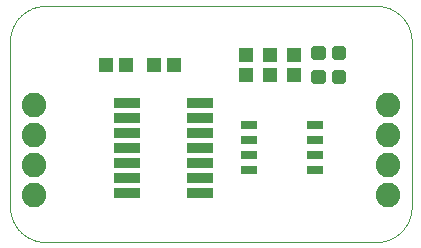
<source format=gts>
G75*
%MOIN*%
%OFA0B0*%
%FSLAX25Y25*%
%IPPOS*%
%LPD*%
%AMOC8*
5,1,8,0,0,1.08239X$1,22.5*
%
%ADD10C,0.00000*%
%ADD11C,0.01990*%
%ADD12R,0.08800X0.03400*%
%ADD13C,0.08200*%
%ADD14R,0.05131X0.04737*%
%ADD15R,0.04737X0.05131*%
%ADD16R,0.05524X0.03162*%
D10*
X0013997Y0001000D02*
X0124233Y0001000D01*
X0124518Y0001003D01*
X0124804Y0001014D01*
X0125089Y0001031D01*
X0125373Y0001055D01*
X0125657Y0001086D01*
X0125940Y0001124D01*
X0126221Y0001169D01*
X0126502Y0001220D01*
X0126782Y0001278D01*
X0127060Y0001343D01*
X0127336Y0001415D01*
X0127610Y0001493D01*
X0127883Y0001578D01*
X0128153Y0001670D01*
X0128421Y0001768D01*
X0128687Y0001872D01*
X0128950Y0001983D01*
X0129210Y0002100D01*
X0129468Y0002223D01*
X0129722Y0002353D01*
X0129973Y0002489D01*
X0130221Y0002630D01*
X0130465Y0002778D01*
X0130706Y0002931D01*
X0130942Y0003091D01*
X0131175Y0003256D01*
X0131404Y0003426D01*
X0131629Y0003602D01*
X0131849Y0003784D01*
X0132065Y0003970D01*
X0132276Y0004162D01*
X0132483Y0004359D01*
X0132685Y0004561D01*
X0132882Y0004768D01*
X0133074Y0004979D01*
X0133260Y0005195D01*
X0133442Y0005415D01*
X0133618Y0005640D01*
X0133788Y0005869D01*
X0133953Y0006102D01*
X0134113Y0006338D01*
X0134266Y0006579D01*
X0134414Y0006823D01*
X0134555Y0007071D01*
X0134691Y0007322D01*
X0134821Y0007576D01*
X0134944Y0007834D01*
X0135061Y0008094D01*
X0135172Y0008357D01*
X0135276Y0008623D01*
X0135374Y0008891D01*
X0135466Y0009161D01*
X0135551Y0009434D01*
X0135629Y0009708D01*
X0135701Y0009984D01*
X0135766Y0010262D01*
X0135824Y0010542D01*
X0135875Y0010823D01*
X0135920Y0011104D01*
X0135958Y0011387D01*
X0135989Y0011671D01*
X0136013Y0011955D01*
X0136030Y0012240D01*
X0136041Y0012526D01*
X0136044Y0012811D01*
X0136044Y0067929D01*
X0136041Y0068214D01*
X0136030Y0068500D01*
X0136013Y0068785D01*
X0135989Y0069069D01*
X0135958Y0069353D01*
X0135920Y0069636D01*
X0135875Y0069917D01*
X0135824Y0070198D01*
X0135766Y0070478D01*
X0135701Y0070756D01*
X0135629Y0071032D01*
X0135551Y0071306D01*
X0135466Y0071579D01*
X0135374Y0071849D01*
X0135276Y0072117D01*
X0135172Y0072383D01*
X0135061Y0072646D01*
X0134944Y0072906D01*
X0134821Y0073164D01*
X0134691Y0073418D01*
X0134555Y0073669D01*
X0134414Y0073917D01*
X0134266Y0074161D01*
X0134113Y0074402D01*
X0133953Y0074638D01*
X0133788Y0074871D01*
X0133618Y0075100D01*
X0133442Y0075325D01*
X0133260Y0075545D01*
X0133074Y0075761D01*
X0132882Y0075972D01*
X0132685Y0076179D01*
X0132483Y0076381D01*
X0132276Y0076578D01*
X0132065Y0076770D01*
X0131849Y0076956D01*
X0131629Y0077138D01*
X0131404Y0077314D01*
X0131175Y0077484D01*
X0130942Y0077649D01*
X0130706Y0077809D01*
X0130465Y0077962D01*
X0130221Y0078110D01*
X0129973Y0078251D01*
X0129722Y0078387D01*
X0129468Y0078517D01*
X0129210Y0078640D01*
X0128950Y0078757D01*
X0128687Y0078868D01*
X0128421Y0078972D01*
X0128153Y0079070D01*
X0127883Y0079162D01*
X0127610Y0079247D01*
X0127336Y0079325D01*
X0127060Y0079397D01*
X0126782Y0079462D01*
X0126502Y0079520D01*
X0126221Y0079571D01*
X0125940Y0079616D01*
X0125657Y0079654D01*
X0125373Y0079685D01*
X0125089Y0079709D01*
X0124804Y0079726D01*
X0124518Y0079737D01*
X0124233Y0079740D01*
X0013997Y0079740D01*
X0013712Y0079737D01*
X0013426Y0079726D01*
X0013141Y0079709D01*
X0012857Y0079685D01*
X0012573Y0079654D01*
X0012290Y0079616D01*
X0012009Y0079571D01*
X0011728Y0079520D01*
X0011448Y0079462D01*
X0011170Y0079397D01*
X0010894Y0079325D01*
X0010620Y0079247D01*
X0010347Y0079162D01*
X0010077Y0079070D01*
X0009809Y0078972D01*
X0009543Y0078868D01*
X0009280Y0078757D01*
X0009020Y0078640D01*
X0008762Y0078517D01*
X0008508Y0078387D01*
X0008257Y0078251D01*
X0008009Y0078110D01*
X0007765Y0077962D01*
X0007524Y0077809D01*
X0007288Y0077649D01*
X0007055Y0077484D01*
X0006826Y0077314D01*
X0006601Y0077138D01*
X0006381Y0076956D01*
X0006165Y0076770D01*
X0005954Y0076578D01*
X0005747Y0076381D01*
X0005545Y0076179D01*
X0005348Y0075972D01*
X0005156Y0075761D01*
X0004970Y0075545D01*
X0004788Y0075325D01*
X0004612Y0075100D01*
X0004442Y0074871D01*
X0004277Y0074638D01*
X0004117Y0074402D01*
X0003964Y0074161D01*
X0003816Y0073917D01*
X0003675Y0073669D01*
X0003539Y0073418D01*
X0003409Y0073164D01*
X0003286Y0072906D01*
X0003169Y0072646D01*
X0003058Y0072383D01*
X0002954Y0072117D01*
X0002856Y0071849D01*
X0002764Y0071579D01*
X0002679Y0071306D01*
X0002601Y0071032D01*
X0002529Y0070756D01*
X0002464Y0070478D01*
X0002406Y0070198D01*
X0002355Y0069917D01*
X0002310Y0069636D01*
X0002272Y0069353D01*
X0002241Y0069069D01*
X0002217Y0068785D01*
X0002200Y0068500D01*
X0002189Y0068214D01*
X0002186Y0067929D01*
X0002186Y0012811D01*
X0002189Y0012526D01*
X0002200Y0012240D01*
X0002217Y0011955D01*
X0002241Y0011671D01*
X0002272Y0011387D01*
X0002310Y0011104D01*
X0002355Y0010823D01*
X0002406Y0010542D01*
X0002464Y0010262D01*
X0002529Y0009984D01*
X0002601Y0009708D01*
X0002679Y0009434D01*
X0002764Y0009161D01*
X0002856Y0008891D01*
X0002954Y0008623D01*
X0003058Y0008357D01*
X0003169Y0008094D01*
X0003286Y0007834D01*
X0003409Y0007576D01*
X0003539Y0007322D01*
X0003675Y0007071D01*
X0003816Y0006823D01*
X0003964Y0006579D01*
X0004117Y0006338D01*
X0004277Y0006102D01*
X0004442Y0005869D01*
X0004612Y0005640D01*
X0004788Y0005415D01*
X0004970Y0005195D01*
X0005156Y0004979D01*
X0005348Y0004768D01*
X0005545Y0004561D01*
X0005747Y0004359D01*
X0005954Y0004162D01*
X0006165Y0003970D01*
X0006381Y0003784D01*
X0006601Y0003602D01*
X0006826Y0003426D01*
X0007055Y0003256D01*
X0007288Y0003091D01*
X0007524Y0002931D01*
X0007765Y0002778D01*
X0008009Y0002630D01*
X0008257Y0002489D01*
X0008508Y0002353D01*
X0008762Y0002223D01*
X0009020Y0002100D01*
X0009280Y0001983D01*
X0009543Y0001872D01*
X0009809Y0001768D01*
X0010077Y0001670D01*
X0010347Y0001578D01*
X0010620Y0001493D01*
X0010894Y0001415D01*
X0011170Y0001343D01*
X0011448Y0001278D01*
X0011728Y0001220D01*
X0012009Y0001169D01*
X0012290Y0001124D01*
X0012573Y0001086D01*
X0012857Y0001055D01*
X0013141Y0001031D01*
X0013426Y0001014D01*
X0013712Y0001003D01*
X0013997Y0001000D01*
D11*
X0103659Y0054745D02*
X0103659Y0057491D01*
X0106405Y0057491D01*
X0106405Y0054745D01*
X0103659Y0054745D01*
X0103659Y0056635D02*
X0106405Y0056635D01*
X0110565Y0057491D02*
X0110565Y0054745D01*
X0110565Y0057491D02*
X0113311Y0057491D01*
X0113311Y0054745D01*
X0110565Y0054745D01*
X0110565Y0056635D02*
X0113311Y0056635D01*
X0110565Y0062619D02*
X0110565Y0065365D01*
X0113311Y0065365D01*
X0113311Y0062619D01*
X0110565Y0062619D01*
X0110565Y0064509D02*
X0113311Y0064509D01*
X0103659Y0065365D02*
X0103659Y0062619D01*
X0103659Y0065365D02*
X0106405Y0065365D01*
X0106405Y0062619D01*
X0103659Y0062619D01*
X0103659Y0064509D02*
X0106405Y0064509D01*
D12*
X0065467Y0047496D03*
X0065467Y0042496D03*
X0065467Y0037496D03*
X0065467Y0032496D03*
X0065467Y0027496D03*
X0065467Y0022496D03*
X0065467Y0017496D03*
X0041267Y0017496D03*
X0041267Y0022496D03*
X0041267Y0027496D03*
X0041267Y0032496D03*
X0041267Y0037496D03*
X0041267Y0042496D03*
X0041267Y0047496D03*
D13*
X0010060Y0046748D03*
X0010060Y0036748D03*
X0010060Y0026748D03*
X0010060Y0016748D03*
X0128170Y0016748D03*
X0128170Y0026748D03*
X0128170Y0036748D03*
X0128170Y0046748D03*
D14*
X0056714Y0060055D03*
X0050021Y0060055D03*
X0040966Y0060055D03*
X0034273Y0060055D03*
D15*
X0080926Y0056709D03*
X0088800Y0056709D03*
X0096674Y0056709D03*
X0096674Y0063402D03*
X0088800Y0063402D03*
X0080926Y0063402D03*
D16*
X0081714Y0039996D03*
X0081714Y0034996D03*
X0081714Y0029996D03*
X0081714Y0024996D03*
X0103761Y0024996D03*
X0103761Y0029996D03*
X0103761Y0034996D03*
X0103761Y0039996D03*
M02*

</source>
